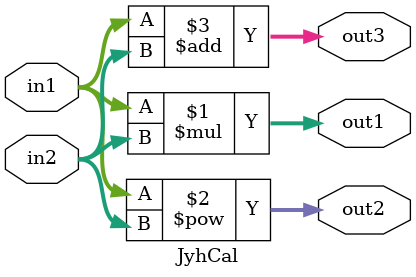
<source format=v>

module JyhCal(
    input [1 : 0] in1, in2,
    output [3 : 0] out1, out2, out3
  );
  assign out1 = in1 * in2;
  assign out2 = in1 ** in2;
  assign out3 = in1 + in2;
endmodule
</source>
